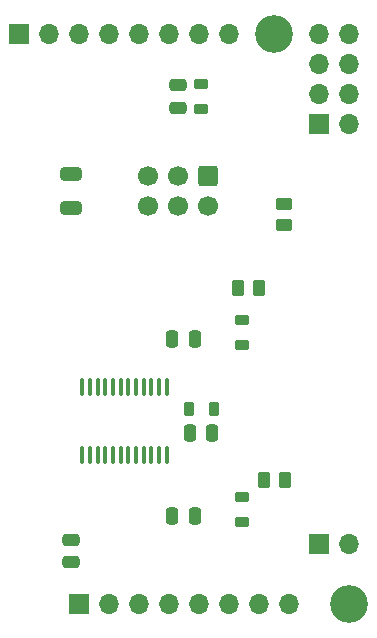
<source format=gbs>
G04 #@! TF.GenerationSoftware,KiCad,Pcbnew,8.0.5*
G04 #@! TF.CreationDate,2024-09-14T16:10:14+01:00*
G04 #@! TF.ProjectId,DataShield,44617461-5368-4696-956c-642e6b696361,rev?*
G04 #@! TF.SameCoordinates,Original*
G04 #@! TF.FileFunction,Soldermask,Bot*
G04 #@! TF.FilePolarity,Negative*
%FSLAX46Y46*%
G04 Gerber Fmt 4.6, Leading zero omitted, Abs format (unit mm)*
G04 Created by KiCad (PCBNEW 8.0.5) date 2024-09-14 16:10:14*
%MOMM*%
%LPD*%
G01*
G04 APERTURE LIST*
G04 Aperture macros list*
%AMRoundRect*
0 Rectangle with rounded corners*
0 $1 Rounding radius*
0 $2 $3 $4 $5 $6 $7 $8 $9 X,Y pos of 4 corners*
0 Add a 4 corners polygon primitive as box body*
4,1,4,$2,$3,$4,$5,$6,$7,$8,$9,$2,$3,0*
0 Add four circle primitives for the rounded corners*
1,1,$1+$1,$2,$3*
1,1,$1+$1,$4,$5*
1,1,$1+$1,$6,$7*
1,1,$1+$1,$8,$9*
0 Add four rect primitives between the rounded corners*
20,1,$1+$1,$2,$3,$4,$5,0*
20,1,$1+$1,$4,$5,$6,$7,0*
20,1,$1+$1,$6,$7,$8,$9,0*
20,1,$1+$1,$8,$9,$2,$3,0*%
G04 Aperture macros list end*
%ADD10R,1.700000X1.700000*%
%ADD11O,1.700000X1.700000*%
%ADD12C,3.200000*%
%ADD13RoundRect,0.250000X-0.600000X0.600000X-0.600000X-0.600000X0.600000X-0.600000X0.600000X0.600000X0*%
%ADD14C,1.700000*%
%ADD15RoundRect,0.250000X-0.475000X0.250000X-0.475000X-0.250000X0.475000X-0.250000X0.475000X0.250000X0*%
%ADD16RoundRect,0.250000X0.262500X0.450000X-0.262500X0.450000X-0.262500X-0.450000X0.262500X-0.450000X0*%
%ADD17RoundRect,0.250000X0.250000X0.475000X-0.250000X0.475000X-0.250000X-0.475000X0.250000X-0.475000X0*%
%ADD18RoundRect,0.250000X0.450000X-0.262500X0.450000X0.262500X-0.450000X0.262500X-0.450000X-0.262500X0*%
%ADD19RoundRect,0.218750X0.218750X0.381250X-0.218750X0.381250X-0.218750X-0.381250X0.218750X-0.381250X0*%
%ADD20RoundRect,0.250000X0.650000X-0.325000X0.650000X0.325000X-0.650000X0.325000X-0.650000X-0.325000X0*%
%ADD21RoundRect,0.218750X-0.381250X0.218750X-0.381250X-0.218750X0.381250X-0.218750X0.381250X0.218750X0*%
%ADD22RoundRect,0.250000X-0.250000X-0.475000X0.250000X-0.475000X0.250000X0.475000X-0.250000X0.475000X0*%
%ADD23RoundRect,0.250000X-0.262500X-0.450000X0.262500X-0.450000X0.262500X0.450000X-0.262500X0.450000X0*%
%ADD24RoundRect,0.218750X0.381250X-0.218750X0.381250X0.218750X-0.381250X0.218750X-0.381250X-0.218750X0*%
%ADD25RoundRect,0.100000X0.100000X-0.637500X0.100000X0.637500X-0.100000X0.637500X-0.100000X-0.637500X0*%
G04 APERTURE END LIST*
D10*
X173660000Y-97460000D03*
D11*
X176200000Y-97460000D03*
X178740000Y-97460000D03*
X181280000Y-97460000D03*
X183820000Y-97460000D03*
X186360000Y-97460000D03*
X188900000Y-97460000D03*
X191440000Y-97460000D03*
D10*
X168580000Y-49200000D03*
D11*
X171120000Y-49200000D03*
X173660000Y-49200000D03*
X176200000Y-49200000D03*
X178740000Y-49200000D03*
X181280000Y-49200000D03*
X183820000Y-49200000D03*
X186360000Y-49200000D03*
D10*
X193980000Y-92380000D03*
D11*
X196520000Y-92380000D03*
D12*
X196520000Y-97460000D03*
D10*
X193980000Y-56820000D03*
D11*
X196520000Y-56820000D03*
X193980000Y-54280000D03*
X196520000Y-54280000D03*
X193980000Y-51740000D03*
X196520000Y-51740000D03*
X193980000Y-49200000D03*
X196520000Y-49200000D03*
D13*
X184545000Y-61247500D03*
D14*
X184545000Y-63787500D03*
X182005000Y-61247500D03*
X182005000Y-63787500D03*
X179465000Y-61247500D03*
X179465000Y-63787500D03*
D12*
X190170000Y-49200000D03*
D15*
X173000000Y-92050000D03*
X173000000Y-93950000D03*
D16*
X188912500Y-70750000D03*
X187087500Y-70750000D03*
D17*
X183450000Y-75000000D03*
X181550000Y-75000000D03*
D18*
X191000000Y-65412500D03*
X191000000Y-63587500D03*
D19*
X185062500Y-81000000D03*
X182937500Y-81000000D03*
D20*
X173000000Y-63975000D03*
X173000000Y-61025000D03*
D15*
X182000000Y-53550000D03*
X182000000Y-55450000D03*
D21*
X187500000Y-88437500D03*
X187500000Y-90562500D03*
D17*
X183450000Y-90000000D03*
X181550000Y-90000000D03*
D22*
X183050000Y-83000000D03*
X184950000Y-83000000D03*
D23*
X189287500Y-87000000D03*
X191112500Y-87000000D03*
D24*
X184000000Y-55562500D03*
X184000000Y-53437500D03*
D21*
X187500000Y-73437500D03*
X187500000Y-75562500D03*
D25*
X181075000Y-84862500D03*
X180425000Y-84862500D03*
X179775000Y-84862500D03*
X179125000Y-84862500D03*
X178475000Y-84862500D03*
X177825000Y-84862500D03*
X177175000Y-84862500D03*
X176525000Y-84862500D03*
X175875000Y-84862500D03*
X175225000Y-84862500D03*
X174575000Y-84862500D03*
X173925000Y-84862500D03*
X173925000Y-79137500D03*
X174575000Y-79137500D03*
X175225000Y-79137500D03*
X175875000Y-79137500D03*
X176525000Y-79137500D03*
X177175000Y-79137500D03*
X177825000Y-79137500D03*
X178475000Y-79137500D03*
X179125000Y-79137500D03*
X179775000Y-79137500D03*
X180425000Y-79137500D03*
X181075000Y-79137500D03*
M02*

</source>
